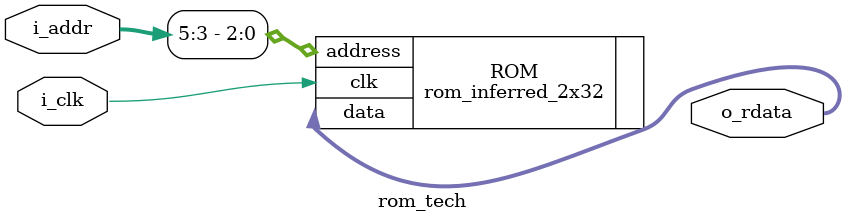
<source format=sv>
`timescale 1ns/10ps

module rom_tech #(
    parameter int abits = 6,
    parameter int log2_dbytes = 3,
    parameter filename = ""
)
(
    input logic i_clk,                                      // CPU clock
    input logic [abits-1:0] i_addr,
    output logic [(8 * (2**log2_dbytes))-1:0] o_rdata
);


localparam integer dbytes = (2**log2_dbytes);
localparam integer dbits = 8*dbytes;
localparam int ROM_LENGTH = 2**(abits - log2_dbytes);

// TODO: check and generate dbits == 64, otherwise assert

    rom_inferred_2x32
    #(
        .abits(abits-log2_dbytes),
	.filename(filename)
    )
    ROM
    (
        .clk(i_clk),
        .address(i_addr[abits-1: log2_dbytes]),
        .data(o_rdata)
    );

endmodule: rom_tech

</source>
